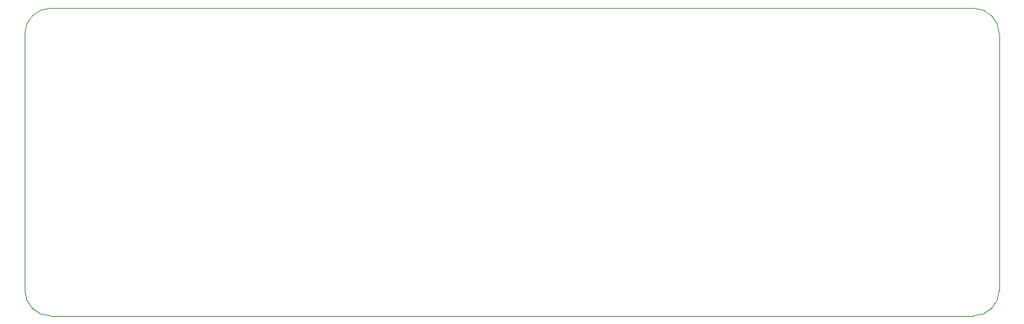
<source format=gbr>
%TF.GenerationSoftware,KiCad,Pcbnew,(6.0.7)*%
%TF.CreationDate,2022-09-01T21:18:45+02:00*%
%TF.ProjectId,AirQualitySensorBreakOutBoard,41697251-7561-46c6-9974-7953656e736f,rev?*%
%TF.SameCoordinates,Original*%
%TF.FileFunction,Profile,NP*%
%FSLAX46Y46*%
G04 Gerber Fmt 4.6, Leading zero omitted, Abs format (unit mm)*
G04 Created by KiCad (PCBNEW (6.0.7)) date 2022-09-01 21:18:45*
%MOMM*%
%LPD*%
G01*
G04 APERTURE LIST*
%TA.AperFunction,Profile*%
%ADD10C,0.100000*%
%TD*%
G04 APERTURE END LIST*
D10*
X16900000Y-13390000D02*
G75*
G03*
X13900000Y-16390000I0J-3000000D01*
G01*
X124660000Y-49400000D02*
G75*
G03*
X127660000Y-46400000I0J3000000D01*
G01*
X127660000Y-16390000D02*
G75*
G03*
X124660000Y-13390000I-3000000J0D01*
G01*
X127660000Y-16390000D02*
X127660000Y-46400000D01*
X124660000Y-49400000D02*
X16900000Y-49400000D01*
X13900000Y-46400000D02*
X13900000Y-16390000D01*
X13900000Y-46400000D02*
G75*
G03*
X16900000Y-49400000I3000000J0D01*
G01*
X16900000Y-13390000D02*
X124660000Y-13390000D01*
M02*

</source>
